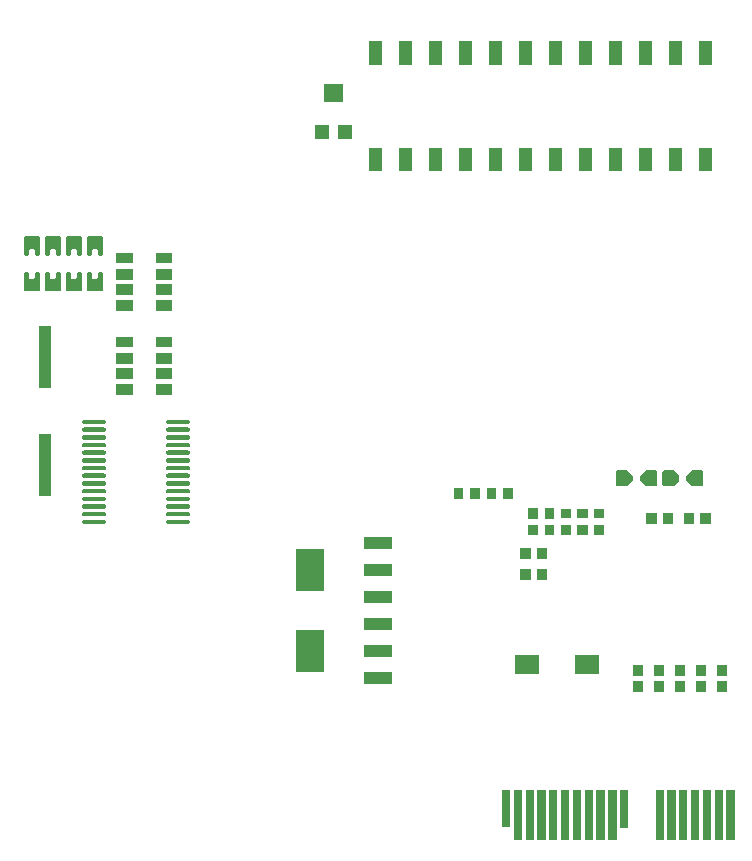
<source format=gbp>
G04 Layer: BottomPasteMaskLayer*
G04 EasyEDA v6.4.7, 2021-02-24T17:41:02+08:00*
G04 aefd34b0273d4d6584ca49087094e06a,119f753a6ce64b8d841f2ad33262ab0c,10*
G04 Gerber Generator version 0.2*
G04 Scale: 100 percent, Rotated: No, Reflected: No *
G04 Dimensions in millimeters *
G04 leading zeros omitted , absolute positions ,3 integer and 3 decimal *
%FSLAX33Y33*%
%MOMM*%
G90*
D02*

%ADD53R,2.340000X3.599993*%
%ADD59R,1.019988X5.274005*%

%LPD*%
G36*
G01X59385Y5600D02*
G01X60085Y5600D01*
G01X60085Y1300D01*
G01X59385Y1300D01*
G01X59385Y5600D01*
G37*
G36*
G01X58385Y5600D02*
G01X59085Y5600D01*
G01X59085Y1300D01*
G01X58385Y1300D01*
G01X58385Y5600D01*
G37*
G36*
G01X60385Y5600D02*
G01X61085Y5600D01*
G01X61085Y1300D01*
G01X60385Y1300D01*
G01X60385Y5600D01*
G37*
G36*
G01X62385Y5600D02*
G01X63085Y5600D01*
G01X63085Y1300D01*
G01X62385Y1300D01*
G01X62385Y5600D01*
G37*
G36*
G01X61385Y5600D02*
G01X62085Y5600D01*
G01X62085Y1300D01*
G01X61385Y1300D01*
G01X61385Y5600D01*
G37*
G36*
G01X64385Y5600D02*
G01X65085Y5600D01*
G01X65085Y1300D01*
G01X64385Y1300D01*
G01X64385Y5600D01*
G37*
G36*
G01X63385Y5600D02*
G01X64085Y5600D01*
G01X64085Y1300D01*
G01X63385Y1300D01*
G01X63385Y5600D01*
G37*
G36*
G01X46385Y5600D02*
G01X47085Y5600D01*
G01X47085Y1300D01*
G01X46385Y1300D01*
G01X46385Y5600D01*
G37*
G36*
G01X45385Y5600D02*
G01X46085Y5600D01*
G01X46085Y2400D01*
G01X45385Y2400D01*
G01X45385Y5600D01*
G37*
G36*
G01X47385Y5600D02*
G01X48085Y5600D01*
G01X48085Y1300D01*
G01X47385Y1300D01*
G01X47385Y5600D01*
G37*
G36*
G01X53385Y5600D02*
G01X54085Y5600D01*
G01X54085Y1300D01*
G01X53385Y1300D01*
G01X53385Y5600D01*
G37*
G36*
G01X52385Y5600D02*
G01X53085Y5600D01*
G01X53085Y1300D01*
G01X52385Y1300D01*
G01X52385Y5600D01*
G37*
G36*
G01X55385Y5599D02*
G01X56085Y5599D01*
G01X56085Y2399D01*
G01X55385Y2399D01*
G01X55385Y5599D01*
G37*
G36*
G01X54385Y5600D02*
G01X55085Y5600D01*
G01X55085Y1300D01*
G01X54385Y1300D01*
G01X54385Y5600D01*
G37*
G36*
G01X49385Y5600D02*
G01X50085Y5600D01*
G01X50085Y1300D01*
G01X49385Y1300D01*
G01X49385Y5600D01*
G37*
G36*
G01X48385Y5600D02*
G01X49085Y5600D01*
G01X49085Y1300D01*
G01X48385Y1300D01*
G01X48385Y5600D01*
G37*
G36*
G01X51385Y5600D02*
G01X52085Y5600D01*
G01X52085Y1300D01*
G01X51385Y1300D01*
G01X51385Y5600D01*
G37*
G36*
G01X50385Y5600D02*
G01X51085Y5600D01*
G01X51085Y1300D01*
G01X50385Y1300D01*
G01X50385Y5600D01*
G37*
G36*
G01X62687Y13846D02*
G01X62687Y14761D01*
G01X61772Y14761D01*
G01X61772Y13846D01*
G01X62687Y13846D01*
G37*
G36*
G01X62687Y15243D02*
G01X62687Y16158D01*
G01X61772Y16158D01*
G01X61772Y15243D01*
G01X62687Y15243D01*
G37*
G36*
G01X64465Y13846D02*
G01X64465Y14761D01*
G01X63550Y14761D01*
G01X63550Y13846D01*
G01X64465Y13846D01*
G37*
G36*
G01X64465Y15243D02*
G01X64465Y16158D01*
G01X63550Y16158D01*
G01X63550Y15243D01*
G01X64465Y15243D01*
G37*
G36*
G01X60909Y13846D02*
G01X60909Y14761D01*
G01X59994Y14761D01*
G01X59994Y13846D01*
G01X60909Y13846D01*
G37*
G36*
G01X60909Y15243D02*
G01X60909Y16158D01*
G01X59994Y16158D01*
G01X59994Y15243D01*
G01X60909Y15243D01*
G37*
G36*
G01X59131Y13846D02*
G01X59131Y14761D01*
G01X58216Y14761D01*
G01X58216Y13846D01*
G01X59131Y13846D01*
G37*
G36*
G01X59131Y15243D02*
G01X59131Y16158D01*
G01X58216Y16158D01*
G01X58216Y15243D01*
G01X59131Y15243D01*
G37*
G36*
G01X57353Y13846D02*
G01X57353Y14761D01*
G01X56438Y14761D01*
G01X56438Y13846D01*
G01X57353Y13846D01*
G37*
G36*
G01X57353Y15243D02*
G01X57353Y16158D01*
G01X56438Y16158D01*
G01X56438Y15243D01*
G01X57353Y15243D01*
G37*
G36*
G01X36043Y20141D02*
G01X36043Y19161D01*
G01X33703Y19161D01*
G01X33703Y20141D01*
G01X36043Y20141D01*
G37*
G36*
G01X36043Y17841D02*
G01X36043Y16861D01*
G01X33703Y16861D01*
G01X33703Y17841D01*
G01X36043Y17841D01*
G37*
G36*
G01X36043Y15541D02*
G01X36043Y14561D01*
G01X33703Y14561D01*
G01X33703Y15541D01*
G01X36043Y15541D01*
G37*
G54D53*
G01X29134Y17351D03*
G36*
G01X36043Y26999D02*
G01X36043Y26019D01*
G01X33703Y26019D01*
G01X33703Y26999D01*
G01X36043Y26999D01*
G37*
G36*
G01X36043Y24699D02*
G01X36043Y23719D01*
G01X33703Y23719D01*
G01X33703Y24699D01*
G01X36043Y24699D01*
G37*
G36*
G01X36043Y22399D02*
G01X36043Y21419D01*
G01X33703Y21419D01*
G01X33703Y22399D01*
G01X36043Y22399D01*
G37*
G01X29134Y24209D03*
G36*
G01X49225Y26064D02*
G01X48310Y26064D01*
G01X48310Y25149D01*
G01X49225Y25149D01*
G01X49225Y26064D01*
G37*
G36*
G01X47828Y26064D02*
G01X46913Y26064D01*
G01X46913Y25149D01*
G01X47828Y25149D01*
G01X47828Y26064D01*
G37*
G36*
G01X49225Y24286D02*
G01X48310Y24286D01*
G01X48310Y23371D01*
G01X49225Y23371D01*
G01X49225Y24286D01*
G37*
G36*
G01X47828Y24286D02*
G01X46913Y24286D01*
G01X46913Y23371D01*
G01X47828Y23371D01*
G01X47828Y24286D01*
G37*
G36*
G01X57581Y28070D02*
G01X58496Y28070D01*
G01X58496Y28985D01*
G01X57581Y28985D01*
G01X57581Y28070D01*
G37*
G36*
G01X58978Y28070D02*
G01X59893Y28070D01*
G01X59893Y28985D01*
G01X58978Y28985D01*
G01X58978Y28070D01*
G37*
G36*
G01X60756Y28070D02*
G01X61671Y28070D01*
G01X61671Y28985D01*
G01X60756Y28985D01*
G01X60756Y28070D01*
G37*
G36*
G01X62153Y28070D02*
G01X63068Y28070D01*
G01X63068Y28985D01*
G01X62153Y28985D01*
G01X62153Y28070D01*
G37*
G36*
G01X63161Y59952D02*
G01X62061Y59952D01*
G01X62061Y57952D01*
G01X63161Y57952D01*
G01X63161Y59952D01*
G37*
G36*
G01X60621Y59952D02*
G01X59521Y59952D01*
G01X59521Y57952D01*
G01X60621Y57952D01*
G01X60621Y59952D01*
G37*
G36*
G01X60621Y68952D02*
G01X59521Y68952D01*
G01X59521Y66952D01*
G01X60621Y66952D01*
G01X60621Y68952D01*
G37*
G36*
G01X63161Y68952D02*
G01X62061Y68952D01*
G01X62061Y66952D01*
G01X63161Y66952D01*
G01X63161Y68952D01*
G37*
G36*
G01X58081Y59952D02*
G01X56981Y59952D01*
G01X56981Y57952D01*
G01X58081Y57952D01*
G01X58081Y59952D01*
G37*
G36*
G01X55541Y59952D02*
G01X54441Y59952D01*
G01X54441Y57952D01*
G01X55541Y57952D01*
G01X55541Y59952D01*
G37*
G36*
G01X53001Y59952D02*
G01X51901Y59952D01*
G01X51901Y57952D01*
G01X53001Y57952D01*
G01X53001Y59952D01*
G37*
G36*
G01X50461Y59952D02*
G01X49361Y59952D01*
G01X49361Y57952D01*
G01X50461Y57952D01*
G01X50461Y59952D01*
G37*
G36*
G01X58081Y68952D02*
G01X56981Y68952D01*
G01X56981Y66952D01*
G01X58081Y66952D01*
G01X58081Y68952D01*
G37*
G36*
G01X55541Y68952D02*
G01X54441Y68952D01*
G01X54441Y66952D01*
G01X55541Y66952D01*
G01X55541Y68952D01*
G37*
G36*
G01X53001Y68952D02*
G01X51901Y68952D01*
G01X51901Y66952D01*
G01X53001Y66952D01*
G01X53001Y68952D01*
G37*
G36*
G01X50461Y68952D02*
G01X49361Y68952D01*
G01X49361Y66952D01*
G01X50461Y66952D01*
G01X50461Y68952D01*
G37*
G36*
G01X47921Y59952D02*
G01X46821Y59952D01*
G01X46821Y57952D01*
G01X47921Y57952D01*
G01X47921Y59952D01*
G37*
G36*
G01X45381Y59952D02*
G01X44281Y59952D01*
G01X44281Y57952D01*
G01X45381Y57952D01*
G01X45381Y59952D01*
G37*
G36*
G01X45381Y68952D02*
G01X44281Y68952D01*
G01X44281Y66952D01*
G01X45381Y66952D01*
G01X45381Y68952D01*
G37*
G36*
G01X47921Y68952D02*
G01X46821Y68952D01*
G01X46821Y66952D01*
G01X47921Y66952D01*
G01X47921Y68952D01*
G37*
G36*
G01X42841Y59952D02*
G01X41741Y59952D01*
G01X41741Y57952D01*
G01X42841Y57952D01*
G01X42841Y59952D01*
G37*
G36*
G01X40301Y59952D02*
G01X39201Y59952D01*
G01X39201Y57952D01*
G01X40301Y57952D01*
G01X40301Y59952D01*
G37*
G36*
G01X37761Y59952D02*
G01X36661Y59952D01*
G01X36661Y57952D01*
G01X37761Y57952D01*
G01X37761Y59952D01*
G37*
G36*
G01X35221Y59952D02*
G01X34121Y59952D01*
G01X34121Y57952D01*
G01X35221Y57952D01*
G01X35221Y59952D01*
G37*
G36*
G01X42841Y68952D02*
G01X41741Y68952D01*
G01X41741Y66952D01*
G01X42841Y66952D01*
G01X42841Y68952D01*
G37*
G36*
G01X40301Y68952D02*
G01X39201Y68952D01*
G01X39201Y66952D01*
G01X40301Y66952D01*
G01X40301Y68952D01*
G37*
G36*
G01X37761Y68952D02*
G01X36661Y68952D01*
G01X36661Y66952D01*
G01X37761Y66952D01*
G01X37761Y68952D01*
G37*
G36*
G01X35221Y68952D02*
G01X34121Y68952D01*
G01X34121Y66952D01*
G01X35221Y66952D01*
G01X35221Y68952D01*
G37*
G36*
G01X31914Y65331D02*
G01X30315Y65331D01*
G01X30315Y63807D01*
G01X31914Y63807D01*
G01X31914Y65331D01*
G37*
G36*
G01X30715Y61919D02*
G01X29515Y61919D01*
G01X29515Y60719D01*
G01X30715Y60719D01*
G01X30715Y61919D01*
G37*
G36*
G01X32714Y61919D02*
G01X31514Y61919D01*
G01X31514Y60719D01*
G01X32714Y60719D01*
G01X32714Y61919D01*
G37*
G36*
G01X54044Y28573D02*
G01X54044Y29373D01*
G01X53143Y29373D01*
G01X53143Y28573D01*
G01X54044Y28573D01*
G37*
G36*
G01X54044Y27173D02*
G01X54044Y27973D01*
G01X53143Y27973D01*
G01X53143Y27173D01*
G01X54044Y27173D01*
G37*
G36*
G01X52647Y28573D02*
G01X52647Y29373D01*
G01X51746Y29373D01*
G01X51746Y28573D01*
G01X52647Y28573D01*
G37*
G36*
G01X52647Y27173D02*
G01X52647Y27973D01*
G01X51746Y27973D01*
G01X51746Y27173D01*
G01X52647Y27173D01*
G37*
G36*
G01X51250Y28573D02*
G01X51250Y29373D01*
G01X50349Y29373D01*
G01X50349Y28573D01*
G01X51250Y28573D01*
G37*
G36*
G01X51250Y27173D02*
G01X51250Y27973D01*
G01X50349Y27973D01*
G01X50349Y27173D01*
G01X51250Y27173D01*
G37*
G36*
G01X48404Y29422D02*
G01X47604Y29422D01*
G01X47604Y28522D01*
G01X48404Y28522D01*
G01X48404Y29422D01*
G37*
G36*
G01X49804Y29422D02*
G01X49004Y29422D01*
G01X49004Y28522D01*
G01X49804Y28522D01*
G01X49804Y29422D01*
G37*
G36*
G01X49004Y27125D02*
G01X49804Y27125D01*
G01X49804Y28025D01*
G01X49004Y28025D01*
G01X49004Y27125D01*
G37*
G36*
G01X47604Y27125D02*
G01X48404Y27125D01*
G01X48404Y28025D01*
G01X47604Y28025D01*
G01X47604Y27125D01*
G37*
G36*
G01X18783Y36922D02*
G01X18806Y36921D01*
G01X18828Y36917D01*
G01X18850Y36910D01*
G01X18871Y36900D01*
G01X18891Y36888D01*
G01X18909Y36874D01*
G01X18925Y36858D01*
G01X18940Y36840D01*
G01X18951Y36820D01*
G01X18961Y36799D01*
G01X18968Y36777D01*
G01X18972Y36754D01*
G01X18973Y36732D01*
G01X18972Y36708D01*
G01X18968Y36686D01*
G01X18961Y36664D01*
G01X18951Y36643D01*
G01X18940Y36623D01*
G01X18925Y36605D01*
G01X18909Y36589D01*
G01X18891Y36575D01*
G01X18871Y36563D01*
G01X18850Y36554D01*
G01X18828Y36547D01*
G01X18806Y36542D01*
G01X18783Y36541D01*
G01X17132Y36541D01*
G01X17109Y36542D01*
G01X17086Y36547D01*
G01X17064Y36554D01*
G01X17043Y36563D01*
G01X17024Y36575D01*
G01X17006Y36589D01*
G01X16989Y36605D01*
G01X16975Y36623D01*
G01X16963Y36643D01*
G01X16954Y36664D01*
G01X16947Y36686D01*
G01X16943Y36708D01*
G01X16941Y36732D01*
G01X16943Y36754D01*
G01X16947Y36777D01*
G01X16954Y36799D01*
G01X16963Y36820D01*
G01X16975Y36840D01*
G01X16989Y36858D01*
G01X17006Y36874D01*
G01X17024Y36888D01*
G01X17043Y36900D01*
G01X17064Y36910D01*
G01X17086Y36917D01*
G01X17109Y36921D01*
G01X17132Y36922D01*
G01X18783Y36922D01*
G37*
G36*
G01X18783Y36272D02*
G01X18806Y36271D01*
G01X18828Y36266D01*
G01X18850Y36259D01*
G01X18871Y36250D01*
G01X18891Y36238D01*
G01X18909Y36224D01*
G01X18925Y36208D01*
G01X18940Y36190D01*
G01X18951Y36170D01*
G01X18961Y36149D01*
G01X18968Y36127D01*
G01X18972Y36104D01*
G01X18973Y36081D01*
G01X18972Y36059D01*
G01X18968Y36036D01*
G01X18961Y36014D01*
G01X18951Y35993D01*
G01X18940Y35973D01*
G01X18925Y35955D01*
G01X18909Y35939D01*
G01X18891Y35925D01*
G01X18871Y35913D01*
G01X18850Y35903D01*
G01X18828Y35896D01*
G01X18806Y35892D01*
G01X18783Y35891D01*
G01X17132Y35891D01*
G01X17109Y35892D01*
G01X17086Y35896D01*
G01X17064Y35903D01*
G01X17043Y35913D01*
G01X17024Y35925D01*
G01X17006Y35939D01*
G01X16989Y35955D01*
G01X16975Y35973D01*
G01X16963Y35993D01*
G01X16954Y36014D01*
G01X16947Y36036D01*
G01X16943Y36059D01*
G01X16941Y36081D01*
G01X16943Y36104D01*
G01X16947Y36127D01*
G01X16954Y36149D01*
G01X16963Y36170D01*
G01X16975Y36190D01*
G01X16989Y36208D01*
G01X17006Y36224D01*
G01X17024Y36238D01*
G01X17043Y36250D01*
G01X17064Y36259D01*
G01X17086Y36266D01*
G01X17109Y36271D01*
G01X17132Y36272D01*
G01X18783Y36272D01*
G37*
G36*
G01X18783Y35622D02*
G01X18806Y35621D01*
G01X18828Y35617D01*
G01X18850Y35610D01*
G01X18871Y35600D01*
G01X18891Y35588D01*
G01X18909Y35574D01*
G01X18925Y35558D01*
G01X18940Y35540D01*
G01X18951Y35520D01*
G01X18961Y35499D01*
G01X18968Y35477D01*
G01X18972Y35454D01*
G01X18973Y35432D01*
G01X18972Y35409D01*
G01X18968Y35386D01*
G01X18961Y35364D01*
G01X18951Y35343D01*
G01X18940Y35323D01*
G01X18925Y35305D01*
G01X18909Y35289D01*
G01X18891Y35275D01*
G01X18871Y35263D01*
G01X18850Y35254D01*
G01X18828Y35247D01*
G01X18806Y35242D01*
G01X18783Y35241D01*
G01X17132Y35241D01*
G01X17109Y35242D01*
G01X17086Y35247D01*
G01X17064Y35254D01*
G01X17043Y35263D01*
G01X17024Y35275D01*
G01X17006Y35289D01*
G01X16989Y35305D01*
G01X16975Y35323D01*
G01X16963Y35343D01*
G01X16954Y35364D01*
G01X16947Y35386D01*
G01X16943Y35409D01*
G01X16941Y35432D01*
G01X16943Y35454D01*
G01X16947Y35477D01*
G01X16954Y35499D01*
G01X16963Y35520D01*
G01X16975Y35540D01*
G01X16989Y35558D01*
G01X17006Y35574D01*
G01X17024Y35588D01*
G01X17043Y35600D01*
G01X17064Y35610D01*
G01X17086Y35617D01*
G01X17109Y35621D01*
G01X17132Y35622D01*
G01X18783Y35622D01*
G37*
G36*
G01X18783Y34972D02*
G01X18806Y34971D01*
G01X18828Y34967D01*
G01X18850Y34960D01*
G01X18871Y34950D01*
G01X18891Y34938D01*
G01X18909Y34924D01*
G01X18925Y34908D01*
G01X18940Y34890D01*
G01X18951Y34870D01*
G01X18961Y34849D01*
G01X18968Y34827D01*
G01X18972Y34805D01*
G01X18973Y34782D01*
G01X18972Y34759D01*
G01X18968Y34736D01*
G01X18961Y34714D01*
G01X18951Y34693D01*
G01X18940Y34673D01*
G01X18925Y34655D01*
G01X18909Y34639D01*
G01X18891Y34625D01*
G01X18871Y34613D01*
G01X18850Y34603D01*
G01X18828Y34597D01*
G01X18806Y34592D01*
G01X18783Y34591D01*
G01X17132Y34591D01*
G01X17109Y34592D01*
G01X17086Y34597D01*
G01X17064Y34603D01*
G01X17043Y34613D01*
G01X17024Y34625D01*
G01X17006Y34639D01*
G01X16989Y34655D01*
G01X16975Y34673D01*
G01X16963Y34693D01*
G01X16954Y34714D01*
G01X16947Y34736D01*
G01X16943Y34759D01*
G01X16941Y34782D01*
G01X16943Y34805D01*
G01X16947Y34827D01*
G01X16954Y34849D01*
G01X16963Y34870D01*
G01X16975Y34890D01*
G01X16989Y34908D01*
G01X17006Y34924D01*
G01X17024Y34938D01*
G01X17043Y34950D01*
G01X17064Y34960D01*
G01X17086Y34967D01*
G01X17109Y34971D01*
G01X17132Y34972D01*
G01X18783Y34972D01*
G37*
G36*
G01X18783Y34322D02*
G01X18806Y34320D01*
G01X18828Y34316D01*
G01X18850Y34309D01*
G01X18871Y34300D01*
G01X18891Y34288D01*
G01X18909Y34274D01*
G01X18925Y34258D01*
G01X18940Y34240D01*
G01X18951Y34220D01*
G01X18961Y34199D01*
G01X18968Y34177D01*
G01X18972Y34154D01*
G01X18973Y34131D01*
G01X18972Y34108D01*
G01X18968Y34086D01*
G01X18961Y34064D01*
G01X18951Y34043D01*
G01X18940Y34023D01*
G01X18925Y34005D01*
G01X18909Y33989D01*
G01X18891Y33975D01*
G01X18871Y33963D01*
G01X18850Y33953D01*
G01X18828Y33946D01*
G01X18806Y33942D01*
G01X18783Y33941D01*
G01X17132Y33941D01*
G01X17109Y33942D01*
G01X17086Y33946D01*
G01X17064Y33953D01*
G01X17043Y33963D01*
G01X17024Y33975D01*
G01X17006Y33989D01*
G01X16989Y34005D01*
G01X16975Y34023D01*
G01X16963Y34043D01*
G01X16954Y34064D01*
G01X16947Y34086D01*
G01X16943Y34108D01*
G01X16941Y34131D01*
G01X16943Y34154D01*
G01X16947Y34177D01*
G01X16954Y34199D01*
G01X16963Y34220D01*
G01X16975Y34240D01*
G01X16989Y34258D01*
G01X17006Y34274D01*
G01X17024Y34288D01*
G01X17043Y34300D01*
G01X17064Y34309D01*
G01X17086Y34316D01*
G01X17109Y34320D01*
G01X17132Y34322D01*
G01X18783Y34322D01*
G37*
G36*
G01X18783Y33672D02*
G01X18806Y33671D01*
G01X18828Y33667D01*
G01X18850Y33660D01*
G01X18871Y33650D01*
G01X18891Y33638D01*
G01X18909Y33624D01*
G01X18925Y33608D01*
G01X18940Y33590D01*
G01X18951Y33570D01*
G01X18961Y33549D01*
G01X18968Y33527D01*
G01X18972Y33505D01*
G01X18973Y33482D01*
G01X18972Y33459D01*
G01X18968Y33436D01*
G01X18961Y33414D01*
G01X18951Y33393D01*
G01X18940Y33373D01*
G01X18925Y33355D01*
G01X18909Y33339D01*
G01X18891Y33325D01*
G01X18871Y33313D01*
G01X18850Y33304D01*
G01X18828Y33297D01*
G01X18806Y33292D01*
G01X18783Y33291D01*
G01X17132Y33291D01*
G01X17109Y33292D01*
G01X17086Y33297D01*
G01X17064Y33304D01*
G01X17043Y33313D01*
G01X17024Y33325D01*
G01X17006Y33339D01*
G01X16989Y33355D01*
G01X16975Y33373D01*
G01X16963Y33393D01*
G01X16954Y33414D01*
G01X16947Y33436D01*
G01X16943Y33459D01*
G01X16941Y33482D01*
G01X16943Y33505D01*
G01X16947Y33527D01*
G01X16954Y33549D01*
G01X16963Y33570D01*
G01X16975Y33590D01*
G01X16989Y33608D01*
G01X17006Y33624D01*
G01X17024Y33638D01*
G01X17043Y33650D01*
G01X17064Y33660D01*
G01X17086Y33667D01*
G01X17109Y33671D01*
G01X17132Y33672D01*
G01X18783Y33672D01*
G37*
G36*
G01X18783Y33022D02*
G01X18806Y33021D01*
G01X18828Y33017D01*
G01X18850Y33010D01*
G01X18871Y33001D01*
G01X18891Y32989D01*
G01X18909Y32974D01*
G01X18925Y32958D01*
G01X18940Y32940D01*
G01X18951Y32920D01*
G01X18961Y32900D01*
G01X18968Y32877D01*
G01X18972Y32855D01*
G01X18973Y32832D01*
G01X18972Y32809D01*
G01X18968Y32786D01*
G01X18961Y32764D01*
G01X18951Y32743D01*
G01X18940Y32724D01*
G01X18925Y32705D01*
G01X18909Y32689D01*
G01X18891Y32675D01*
G01X18871Y32663D01*
G01X18850Y32654D01*
G01X18828Y32647D01*
G01X18806Y32643D01*
G01X18783Y32641D01*
G01X17132Y32641D01*
G01X17109Y32643D01*
G01X17086Y32647D01*
G01X17064Y32654D01*
G01X17043Y32663D01*
G01X17024Y32675D01*
G01X17006Y32689D01*
G01X16989Y32705D01*
G01X16975Y32724D01*
G01X16963Y32743D01*
G01X16954Y32764D01*
G01X16947Y32786D01*
G01X16943Y32809D01*
G01X16941Y32832D01*
G01X16943Y32855D01*
G01X16947Y32877D01*
G01X16954Y32900D01*
G01X16963Y32920D01*
G01X16975Y32940D01*
G01X16989Y32958D01*
G01X17006Y32974D01*
G01X17024Y32989D01*
G01X17043Y33001D01*
G01X17064Y33010D01*
G01X17086Y33017D01*
G01X17109Y33021D01*
G01X17132Y33022D01*
G01X18783Y33022D01*
G37*
G36*
G01X18783Y32372D02*
G01X18806Y32371D01*
G01X18828Y32367D01*
G01X18850Y32360D01*
G01X18871Y32350D01*
G01X18891Y32338D01*
G01X18909Y32324D01*
G01X18925Y32308D01*
G01X18940Y32290D01*
G01X18951Y32270D01*
G01X18961Y32249D01*
G01X18968Y32227D01*
G01X18972Y32205D01*
G01X18973Y32182D01*
G01X18972Y32159D01*
G01X18968Y32136D01*
G01X18961Y32114D01*
G01X18951Y32093D01*
G01X18940Y32074D01*
G01X18925Y32055D01*
G01X18909Y32039D01*
G01X18891Y32025D01*
G01X18871Y32013D01*
G01X18850Y32004D01*
G01X18828Y31997D01*
G01X18806Y31992D01*
G01X18783Y31991D01*
G01X17132Y31991D01*
G01X17109Y31992D01*
G01X17086Y31997D01*
G01X17064Y32004D01*
G01X17043Y32013D01*
G01X17024Y32025D01*
G01X17006Y32039D01*
G01X16989Y32055D01*
G01X16975Y32074D01*
G01X16963Y32093D01*
G01X16954Y32114D01*
G01X16947Y32136D01*
G01X16943Y32159D01*
G01X16941Y32182D01*
G01X16943Y32205D01*
G01X16947Y32227D01*
G01X16954Y32249D01*
G01X16963Y32270D01*
G01X16975Y32290D01*
G01X16989Y32308D01*
G01X17006Y32324D01*
G01X17024Y32338D01*
G01X17043Y32350D01*
G01X17064Y32360D01*
G01X17086Y32367D01*
G01X17109Y32371D01*
G01X17132Y32372D01*
G01X18783Y32372D01*
G37*
G36*
G01X18783Y31722D02*
G01X18806Y31721D01*
G01X18828Y31717D01*
G01X18850Y31710D01*
G01X18871Y31700D01*
G01X18891Y31688D01*
G01X18909Y31674D01*
G01X18925Y31658D01*
G01X18940Y31640D01*
G01X18951Y31620D01*
G01X18961Y31599D01*
G01X18968Y31577D01*
G01X18972Y31555D01*
G01X18973Y31532D01*
G01X18972Y31509D01*
G01X18968Y31486D01*
G01X18961Y31464D01*
G01X18951Y31443D01*
G01X18940Y31424D01*
G01X18925Y31405D01*
G01X18909Y31389D01*
G01X18891Y31375D01*
G01X18871Y31363D01*
G01X18850Y31354D01*
G01X18828Y31347D01*
G01X18806Y31342D01*
G01X18783Y31341D01*
G01X17132Y31341D01*
G01X17109Y31342D01*
G01X17086Y31347D01*
G01X17064Y31354D01*
G01X17043Y31363D01*
G01X17024Y31375D01*
G01X17006Y31389D01*
G01X16989Y31405D01*
G01X16975Y31424D01*
G01X16963Y31443D01*
G01X16954Y31464D01*
G01X16947Y31486D01*
G01X16943Y31509D01*
G01X16941Y31532D01*
G01X16943Y31555D01*
G01X16947Y31577D01*
G01X16954Y31599D01*
G01X16963Y31620D01*
G01X16975Y31640D01*
G01X16989Y31658D01*
G01X17006Y31674D01*
G01X17024Y31688D01*
G01X17043Y31700D01*
G01X17064Y31710D01*
G01X17086Y31717D01*
G01X17109Y31721D01*
G01X17132Y31722D01*
G01X18783Y31722D01*
G37*
G36*
G01X18783Y31072D02*
G01X18806Y31071D01*
G01X18828Y31066D01*
G01X18850Y31060D01*
G01X18871Y31050D01*
G01X18891Y31038D01*
G01X18909Y31024D01*
G01X18925Y31008D01*
G01X18940Y30990D01*
G01X18951Y30970D01*
G01X18961Y30949D01*
G01X18968Y30927D01*
G01X18972Y30904D01*
G01X18973Y30881D01*
G01X18972Y30859D01*
G01X18968Y30836D01*
G01X18961Y30814D01*
G01X18951Y30793D01*
G01X18940Y30773D01*
G01X18925Y30755D01*
G01X18909Y30739D01*
G01X18891Y30725D01*
G01X18871Y30713D01*
G01X18850Y30703D01*
G01X18828Y30697D01*
G01X18806Y30693D01*
G01X18783Y30691D01*
G01X17132Y30691D01*
G01X17109Y30693D01*
G01X17086Y30697D01*
G01X17064Y30703D01*
G01X17043Y30713D01*
G01X17024Y30725D01*
G01X17006Y30739D01*
G01X16989Y30755D01*
G01X16975Y30773D01*
G01X16963Y30793D01*
G01X16954Y30814D01*
G01X16947Y30836D01*
G01X16943Y30859D01*
G01X16941Y30881D01*
G01X16943Y30904D01*
G01X16947Y30927D01*
G01X16954Y30949D01*
G01X16963Y30970D01*
G01X16975Y30990D01*
G01X16989Y31008D01*
G01X17006Y31024D01*
G01X17024Y31038D01*
G01X17043Y31050D01*
G01X17064Y31060D01*
G01X17086Y31066D01*
G01X17109Y31071D01*
G01X17132Y31072D01*
G01X18783Y31072D01*
G37*
G36*
G01X18783Y30422D02*
G01X18806Y30420D01*
G01X18828Y30416D01*
G01X18850Y30409D01*
G01X18871Y30400D01*
G01X18891Y30388D01*
G01X18909Y30374D01*
G01X18925Y30357D01*
G01X18940Y30339D01*
G01X18951Y30320D01*
G01X18961Y30299D01*
G01X18968Y30277D01*
G01X18972Y30254D01*
G01X18973Y30231D01*
G01X18972Y30208D01*
G01X18968Y30186D01*
G01X18961Y30164D01*
G01X18951Y30143D01*
G01X18940Y30123D01*
G01X18925Y30105D01*
G01X18909Y30088D01*
G01X18891Y30075D01*
G01X18871Y30063D01*
G01X18850Y30053D01*
G01X18828Y30046D01*
G01X18806Y30042D01*
G01X18783Y30041D01*
G01X17132Y30041D01*
G01X17109Y30042D01*
G01X17086Y30046D01*
G01X17064Y30053D01*
G01X17043Y30063D01*
G01X17024Y30075D01*
G01X17006Y30088D01*
G01X16989Y30105D01*
G01X16975Y30123D01*
G01X16963Y30143D01*
G01X16954Y30164D01*
G01X16947Y30186D01*
G01X16943Y30208D01*
G01X16941Y30231D01*
G01X16943Y30254D01*
G01X16947Y30277D01*
G01X16954Y30299D01*
G01X16963Y30320D01*
G01X16975Y30339D01*
G01X16989Y30357D01*
G01X17006Y30374D01*
G01X17024Y30388D01*
G01X17043Y30400D01*
G01X17064Y30409D01*
G01X17086Y30416D01*
G01X17109Y30420D01*
G01X17132Y30422D01*
G01X18783Y30422D01*
G37*
G36*
G01X18783Y29772D02*
G01X18806Y29770D01*
G01X18828Y29766D01*
G01X18850Y29760D01*
G01X18871Y29750D01*
G01X18891Y29738D01*
G01X18909Y29724D01*
G01X18925Y29708D01*
G01X18940Y29690D01*
G01X18951Y29670D01*
G01X18961Y29649D01*
G01X18968Y29627D01*
G01X18972Y29604D01*
G01X18973Y29582D01*
G01X18972Y29559D01*
G01X18968Y29536D01*
G01X18961Y29514D01*
G01X18951Y29493D01*
G01X18940Y29473D01*
G01X18925Y29455D01*
G01X18909Y29439D01*
G01X18891Y29425D01*
G01X18871Y29413D01*
G01X18850Y29403D01*
G01X18828Y29397D01*
G01X18806Y29392D01*
G01X18783Y29391D01*
G01X17132Y29391D01*
G01X17109Y29392D01*
G01X17086Y29397D01*
G01X17064Y29403D01*
G01X17043Y29413D01*
G01X17024Y29425D01*
G01X17006Y29439D01*
G01X16989Y29455D01*
G01X16975Y29473D01*
G01X16963Y29493D01*
G01X16954Y29514D01*
G01X16947Y29536D01*
G01X16943Y29559D01*
G01X16941Y29582D01*
G01X16943Y29604D01*
G01X16947Y29627D01*
G01X16954Y29649D01*
G01X16963Y29670D01*
G01X16975Y29690D01*
G01X16989Y29708D01*
G01X17006Y29724D01*
G01X17024Y29738D01*
G01X17043Y29750D01*
G01X17064Y29760D01*
G01X17086Y29766D01*
G01X17109Y29770D01*
G01X17132Y29772D01*
G01X18783Y29772D01*
G37*
G36*
G01X18783Y29122D02*
G01X18806Y29121D01*
G01X18828Y29117D01*
G01X18850Y29110D01*
G01X18871Y29100D01*
G01X18891Y29088D01*
G01X18909Y29074D01*
G01X18925Y29058D01*
G01X18940Y29040D01*
G01X18951Y29020D01*
G01X18961Y28999D01*
G01X18968Y28977D01*
G01X18972Y28955D01*
G01X18973Y28932D01*
G01X18972Y28909D01*
G01X18968Y28886D01*
G01X18961Y28864D01*
G01X18951Y28843D01*
G01X18940Y28824D01*
G01X18925Y28806D01*
G01X18909Y28789D01*
G01X18891Y28775D01*
G01X18871Y28763D01*
G01X18850Y28754D01*
G01X18828Y28747D01*
G01X18806Y28743D01*
G01X18783Y28741D01*
G01X17132Y28741D01*
G01X17109Y28743D01*
G01X17086Y28747D01*
G01X17064Y28754D01*
G01X17043Y28763D01*
G01X17024Y28775D01*
G01X17006Y28789D01*
G01X16989Y28806D01*
G01X16975Y28824D01*
G01X16963Y28843D01*
G01X16954Y28864D01*
G01X16947Y28886D01*
G01X16943Y28909D01*
G01X16941Y28932D01*
G01X16943Y28955D01*
G01X16947Y28977D01*
G01X16954Y28999D01*
G01X16963Y29020D01*
G01X16975Y29040D01*
G01X16989Y29058D01*
G01X17006Y29074D01*
G01X17024Y29088D01*
G01X17043Y29100D01*
G01X17064Y29110D01*
G01X17086Y29117D01*
G01X17109Y29121D01*
G01X17132Y29122D01*
G01X18783Y29122D01*
G37*
G36*
G01X18783Y28472D02*
G01X18806Y28471D01*
G01X18828Y28466D01*
G01X18850Y28460D01*
G01X18871Y28450D01*
G01X18891Y28438D01*
G01X18909Y28424D01*
G01X18925Y28408D01*
G01X18940Y28390D01*
G01X18951Y28370D01*
G01X18961Y28349D01*
G01X18968Y28327D01*
G01X18972Y28304D01*
G01X18973Y28282D01*
G01X18972Y28258D01*
G01X18968Y28236D01*
G01X18961Y28214D01*
G01X18951Y28193D01*
G01X18940Y28173D01*
G01X18925Y28155D01*
G01X18909Y28139D01*
G01X18891Y28125D01*
G01X18871Y28113D01*
G01X18850Y28103D01*
G01X18828Y28097D01*
G01X18806Y28092D01*
G01X18783Y28091D01*
G01X17132Y28091D01*
G01X17109Y28092D01*
G01X17086Y28097D01*
G01X17064Y28103D01*
G01X17043Y28113D01*
G01X17024Y28125D01*
G01X17006Y28139D01*
G01X16989Y28155D01*
G01X16975Y28173D01*
G01X16963Y28193D01*
G01X16954Y28214D01*
G01X16947Y28236D01*
G01X16943Y28258D01*
G01X16941Y28282D01*
G01X16943Y28304D01*
G01X16947Y28327D01*
G01X16954Y28349D01*
G01X16963Y28370D01*
G01X16975Y28390D01*
G01X16989Y28408D01*
G01X17006Y28424D01*
G01X17024Y28438D01*
G01X17043Y28450D01*
G01X17064Y28460D01*
G01X17086Y28466D01*
G01X17109Y28471D01*
G01X17132Y28472D01*
G01X18783Y28472D01*
G37*
G36*
G01X11671Y28472D02*
G01X11694Y28471D01*
G01X11716Y28466D01*
G01X11738Y28460D01*
G01X11759Y28450D01*
G01X11779Y28438D01*
G01X11797Y28424D01*
G01X11813Y28408D01*
G01X11828Y28390D01*
G01X11839Y28370D01*
G01X11849Y28349D01*
G01X11856Y28327D01*
G01X11860Y28304D01*
G01X11861Y28282D01*
G01X11860Y28258D01*
G01X11856Y28236D01*
G01X11849Y28214D01*
G01X11839Y28193D01*
G01X11828Y28173D01*
G01X11813Y28155D01*
G01X11797Y28139D01*
G01X11779Y28125D01*
G01X11759Y28113D01*
G01X11738Y28103D01*
G01X11716Y28097D01*
G01X11694Y28092D01*
G01X11671Y28091D01*
G01X10020Y28091D01*
G01X9997Y28092D01*
G01X9974Y28097D01*
G01X9952Y28103D01*
G01X9931Y28113D01*
G01X9912Y28125D01*
G01X9894Y28139D01*
G01X9877Y28155D01*
G01X9863Y28173D01*
G01X9851Y28193D01*
G01X9842Y28214D01*
G01X9835Y28236D01*
G01X9831Y28258D01*
G01X9829Y28282D01*
G01X9831Y28304D01*
G01X9835Y28327D01*
G01X9842Y28349D01*
G01X9851Y28370D01*
G01X9863Y28390D01*
G01X9877Y28408D01*
G01X9894Y28424D01*
G01X9912Y28438D01*
G01X9931Y28450D01*
G01X9952Y28460D01*
G01X9974Y28466D01*
G01X9997Y28471D01*
G01X10020Y28472D01*
G01X11671Y28472D01*
G37*
G36*
G01X11671Y29122D02*
G01X11694Y29121D01*
G01X11716Y29117D01*
G01X11738Y29110D01*
G01X11759Y29100D01*
G01X11779Y29088D01*
G01X11797Y29074D01*
G01X11813Y29058D01*
G01X11828Y29040D01*
G01X11839Y29020D01*
G01X11849Y28999D01*
G01X11856Y28977D01*
G01X11860Y28955D01*
G01X11861Y28932D01*
G01X11860Y28909D01*
G01X11856Y28886D01*
G01X11849Y28864D01*
G01X11839Y28843D01*
G01X11828Y28824D01*
G01X11813Y28806D01*
G01X11797Y28789D01*
G01X11779Y28775D01*
G01X11759Y28763D01*
G01X11738Y28754D01*
G01X11716Y28747D01*
G01X11694Y28743D01*
G01X11671Y28741D01*
G01X10020Y28741D01*
G01X9997Y28743D01*
G01X9974Y28747D01*
G01X9952Y28754D01*
G01X9931Y28763D01*
G01X9912Y28775D01*
G01X9894Y28789D01*
G01X9877Y28806D01*
G01X9863Y28824D01*
G01X9851Y28843D01*
G01X9842Y28864D01*
G01X9835Y28886D01*
G01X9831Y28909D01*
G01X9829Y28932D01*
G01X9831Y28955D01*
G01X9835Y28977D01*
G01X9842Y28999D01*
G01X9851Y29020D01*
G01X9863Y29040D01*
G01X9877Y29058D01*
G01X9894Y29074D01*
G01X9912Y29088D01*
G01X9931Y29100D01*
G01X9952Y29110D01*
G01X9974Y29117D01*
G01X9997Y29121D01*
G01X10020Y29122D01*
G01X11671Y29122D01*
G37*
G36*
G01X11671Y29772D02*
G01X11694Y29770D01*
G01X11716Y29766D01*
G01X11738Y29760D01*
G01X11759Y29750D01*
G01X11779Y29738D01*
G01X11797Y29724D01*
G01X11813Y29708D01*
G01X11828Y29690D01*
G01X11839Y29670D01*
G01X11849Y29649D01*
G01X11856Y29627D01*
G01X11860Y29604D01*
G01X11861Y29582D01*
G01X11860Y29559D01*
G01X11856Y29536D01*
G01X11849Y29514D01*
G01X11839Y29493D01*
G01X11828Y29473D01*
G01X11813Y29455D01*
G01X11797Y29439D01*
G01X11779Y29425D01*
G01X11759Y29413D01*
G01X11738Y29403D01*
G01X11716Y29397D01*
G01X11694Y29392D01*
G01X11671Y29391D01*
G01X10020Y29391D01*
G01X9997Y29392D01*
G01X9974Y29397D01*
G01X9952Y29403D01*
G01X9931Y29413D01*
G01X9912Y29425D01*
G01X9894Y29439D01*
G01X9877Y29455D01*
G01X9863Y29473D01*
G01X9851Y29493D01*
G01X9842Y29514D01*
G01X9835Y29536D01*
G01X9831Y29559D01*
G01X9829Y29582D01*
G01X9831Y29604D01*
G01X9835Y29627D01*
G01X9842Y29649D01*
G01X9851Y29670D01*
G01X9863Y29690D01*
G01X9877Y29708D01*
G01X9894Y29724D01*
G01X9912Y29738D01*
G01X9931Y29750D01*
G01X9952Y29760D01*
G01X9974Y29766D01*
G01X9997Y29770D01*
G01X10020Y29772D01*
G01X11671Y29772D01*
G37*
G36*
G01X11671Y30422D02*
G01X11694Y30420D01*
G01X11716Y30416D01*
G01X11738Y30409D01*
G01X11759Y30400D01*
G01X11779Y30388D01*
G01X11797Y30374D01*
G01X11813Y30357D01*
G01X11828Y30339D01*
G01X11839Y30320D01*
G01X11849Y30299D01*
G01X11856Y30277D01*
G01X11860Y30254D01*
G01X11861Y30231D01*
G01X11860Y30208D01*
G01X11856Y30186D01*
G01X11849Y30164D01*
G01X11839Y30143D01*
G01X11828Y30123D01*
G01X11813Y30105D01*
G01X11797Y30088D01*
G01X11779Y30075D01*
G01X11759Y30063D01*
G01X11738Y30053D01*
G01X11716Y30046D01*
G01X11694Y30042D01*
G01X11671Y30041D01*
G01X10020Y30041D01*
G01X9997Y30042D01*
G01X9974Y30046D01*
G01X9952Y30053D01*
G01X9931Y30063D01*
G01X9912Y30075D01*
G01X9894Y30088D01*
G01X9877Y30105D01*
G01X9863Y30123D01*
G01X9851Y30143D01*
G01X9842Y30164D01*
G01X9835Y30186D01*
G01X9831Y30208D01*
G01X9829Y30231D01*
G01X9831Y30254D01*
G01X9835Y30277D01*
G01X9842Y30299D01*
G01X9851Y30320D01*
G01X9863Y30339D01*
G01X9877Y30357D01*
G01X9894Y30374D01*
G01X9912Y30388D01*
G01X9931Y30400D01*
G01X9952Y30409D01*
G01X9974Y30416D01*
G01X9997Y30420D01*
G01X10020Y30422D01*
G01X11671Y30422D01*
G37*
G36*
G01X11671Y31072D02*
G01X11694Y31071D01*
G01X11716Y31066D01*
G01X11738Y31060D01*
G01X11759Y31050D01*
G01X11779Y31038D01*
G01X11797Y31024D01*
G01X11813Y31008D01*
G01X11828Y30990D01*
G01X11839Y30970D01*
G01X11849Y30949D01*
G01X11856Y30927D01*
G01X11860Y30904D01*
G01X11861Y30881D01*
G01X11860Y30859D01*
G01X11856Y30836D01*
G01X11849Y30814D01*
G01X11839Y30793D01*
G01X11828Y30773D01*
G01X11813Y30755D01*
G01X11797Y30739D01*
G01X11779Y30725D01*
G01X11759Y30713D01*
G01X11738Y30703D01*
G01X11716Y30697D01*
G01X11694Y30693D01*
G01X11671Y30691D01*
G01X10020Y30691D01*
G01X9997Y30693D01*
G01X9974Y30697D01*
G01X9952Y30703D01*
G01X9931Y30713D01*
G01X9912Y30725D01*
G01X9894Y30739D01*
G01X9877Y30755D01*
G01X9863Y30773D01*
G01X9851Y30793D01*
G01X9842Y30814D01*
G01X9835Y30836D01*
G01X9831Y30859D01*
G01X9829Y30881D01*
G01X9831Y30904D01*
G01X9835Y30927D01*
G01X9842Y30949D01*
G01X9851Y30970D01*
G01X9863Y30990D01*
G01X9877Y31008D01*
G01X9894Y31024D01*
G01X9912Y31038D01*
G01X9931Y31050D01*
G01X9952Y31060D01*
G01X9974Y31066D01*
G01X9997Y31071D01*
G01X10020Y31072D01*
G01X11671Y31072D01*
G37*
G36*
G01X11671Y31722D02*
G01X11694Y31721D01*
G01X11716Y31717D01*
G01X11738Y31710D01*
G01X11759Y31700D01*
G01X11779Y31688D01*
G01X11797Y31674D01*
G01X11813Y31658D01*
G01X11828Y31640D01*
G01X11839Y31620D01*
G01X11849Y31599D01*
G01X11856Y31577D01*
G01X11860Y31555D01*
G01X11861Y31532D01*
G01X11860Y31509D01*
G01X11856Y31486D01*
G01X11849Y31464D01*
G01X11839Y31443D01*
G01X11828Y31424D01*
G01X11813Y31405D01*
G01X11797Y31389D01*
G01X11779Y31375D01*
G01X11759Y31363D01*
G01X11738Y31354D01*
G01X11716Y31347D01*
G01X11694Y31342D01*
G01X11671Y31341D01*
G01X10020Y31341D01*
G01X9997Y31342D01*
G01X9974Y31347D01*
G01X9952Y31354D01*
G01X9931Y31363D01*
G01X9912Y31375D01*
G01X9894Y31389D01*
G01X9877Y31405D01*
G01X9863Y31424D01*
G01X9851Y31443D01*
G01X9842Y31464D01*
G01X9835Y31486D01*
G01X9831Y31509D01*
G01X9829Y31532D01*
G01X9831Y31555D01*
G01X9835Y31577D01*
G01X9842Y31599D01*
G01X9851Y31620D01*
G01X9863Y31640D01*
G01X9877Y31658D01*
G01X9894Y31674D01*
G01X9912Y31688D01*
G01X9931Y31700D01*
G01X9952Y31710D01*
G01X9974Y31717D01*
G01X9997Y31721D01*
G01X10020Y31722D01*
G01X11671Y31722D01*
G37*
G36*
G01X11671Y32372D02*
G01X11694Y32371D01*
G01X11716Y32367D01*
G01X11738Y32360D01*
G01X11759Y32350D01*
G01X11779Y32338D01*
G01X11797Y32324D01*
G01X11813Y32308D01*
G01X11828Y32290D01*
G01X11839Y32270D01*
G01X11849Y32249D01*
G01X11856Y32227D01*
G01X11860Y32205D01*
G01X11861Y32182D01*
G01X11860Y32159D01*
G01X11856Y32136D01*
G01X11849Y32114D01*
G01X11839Y32093D01*
G01X11828Y32074D01*
G01X11813Y32055D01*
G01X11797Y32039D01*
G01X11779Y32025D01*
G01X11759Y32013D01*
G01X11738Y32004D01*
G01X11716Y31997D01*
G01X11694Y31992D01*
G01X11671Y31991D01*
G01X10020Y31991D01*
G01X9997Y31992D01*
G01X9974Y31997D01*
G01X9952Y32004D01*
G01X9931Y32013D01*
G01X9912Y32025D01*
G01X9894Y32039D01*
G01X9877Y32055D01*
G01X9863Y32074D01*
G01X9851Y32093D01*
G01X9842Y32114D01*
G01X9835Y32136D01*
G01X9831Y32159D01*
G01X9829Y32182D01*
G01X9831Y32205D01*
G01X9835Y32227D01*
G01X9842Y32249D01*
G01X9851Y32270D01*
G01X9863Y32290D01*
G01X9877Y32308D01*
G01X9894Y32324D01*
G01X9912Y32338D01*
G01X9931Y32350D01*
G01X9952Y32360D01*
G01X9974Y32367D01*
G01X9997Y32371D01*
G01X10020Y32372D01*
G01X11671Y32372D01*
G37*
G36*
G01X11671Y33022D02*
G01X11694Y33021D01*
G01X11716Y33017D01*
G01X11738Y33010D01*
G01X11759Y33001D01*
G01X11779Y32989D01*
G01X11797Y32974D01*
G01X11813Y32958D01*
G01X11828Y32940D01*
G01X11839Y32920D01*
G01X11849Y32900D01*
G01X11856Y32877D01*
G01X11860Y32855D01*
G01X11861Y32832D01*
G01X11860Y32809D01*
G01X11856Y32786D01*
G01X11849Y32764D01*
G01X11839Y32743D01*
G01X11828Y32724D01*
G01X11813Y32705D01*
G01X11797Y32689D01*
G01X11779Y32675D01*
G01X11759Y32663D01*
G01X11738Y32654D01*
G01X11716Y32647D01*
G01X11694Y32643D01*
G01X11671Y32641D01*
G01X10020Y32641D01*
G01X9997Y32643D01*
G01X9974Y32647D01*
G01X9952Y32654D01*
G01X9931Y32663D01*
G01X9912Y32675D01*
G01X9894Y32689D01*
G01X9877Y32705D01*
G01X9863Y32724D01*
G01X9851Y32743D01*
G01X9842Y32764D01*
G01X9835Y32786D01*
G01X9831Y32809D01*
G01X9829Y32832D01*
G01X9831Y32855D01*
G01X9835Y32877D01*
G01X9842Y32900D01*
G01X9851Y32920D01*
G01X9863Y32940D01*
G01X9877Y32958D01*
G01X9894Y32974D01*
G01X9912Y32989D01*
G01X9931Y33001D01*
G01X9952Y33010D01*
G01X9974Y33017D01*
G01X9997Y33021D01*
G01X10020Y33022D01*
G01X11671Y33022D01*
G37*
G36*
G01X11671Y33672D02*
G01X11694Y33671D01*
G01X11716Y33667D01*
G01X11738Y33660D01*
G01X11759Y33650D01*
G01X11779Y33638D01*
G01X11797Y33624D01*
G01X11813Y33608D01*
G01X11828Y33590D01*
G01X11839Y33570D01*
G01X11849Y33549D01*
G01X11856Y33527D01*
G01X11860Y33505D01*
G01X11861Y33482D01*
G01X11860Y33459D01*
G01X11856Y33436D01*
G01X11849Y33414D01*
G01X11839Y33393D01*
G01X11828Y33373D01*
G01X11813Y33355D01*
G01X11797Y33339D01*
G01X11779Y33325D01*
G01X11759Y33313D01*
G01X11738Y33304D01*
G01X11716Y33297D01*
G01X11694Y33292D01*
G01X11671Y33291D01*
G01X10020Y33291D01*
G01X9997Y33292D01*
G01X9974Y33297D01*
G01X9952Y33304D01*
G01X9931Y33313D01*
G01X9912Y33325D01*
G01X9894Y33339D01*
G01X9877Y33355D01*
G01X9863Y33373D01*
G01X9851Y33393D01*
G01X9842Y33414D01*
G01X9835Y33436D01*
G01X9831Y33459D01*
G01X9829Y33482D01*
G01X9831Y33505D01*
G01X9835Y33527D01*
G01X9842Y33549D01*
G01X9851Y33570D01*
G01X9863Y33590D01*
G01X9877Y33608D01*
G01X9894Y33624D01*
G01X9912Y33638D01*
G01X9931Y33650D01*
G01X9952Y33660D01*
G01X9974Y33667D01*
G01X9997Y33671D01*
G01X10020Y33672D01*
G01X11671Y33672D01*
G37*
G36*
G01X11671Y34322D02*
G01X11694Y34320D01*
G01X11716Y34316D01*
G01X11738Y34309D01*
G01X11759Y34300D01*
G01X11779Y34288D01*
G01X11797Y34274D01*
G01X11813Y34258D01*
G01X11828Y34240D01*
G01X11839Y34220D01*
G01X11849Y34199D01*
G01X11856Y34177D01*
G01X11860Y34154D01*
G01X11861Y34131D01*
G01X11860Y34108D01*
G01X11856Y34086D01*
G01X11849Y34064D01*
G01X11839Y34043D01*
G01X11828Y34023D01*
G01X11813Y34005D01*
G01X11797Y33989D01*
G01X11779Y33975D01*
G01X11759Y33963D01*
G01X11738Y33953D01*
G01X11716Y33946D01*
G01X11694Y33942D01*
G01X11671Y33941D01*
G01X10020Y33941D01*
G01X9997Y33942D01*
G01X9974Y33946D01*
G01X9952Y33953D01*
G01X9931Y33963D01*
G01X9912Y33975D01*
G01X9894Y33989D01*
G01X9877Y34005D01*
G01X9863Y34023D01*
G01X9851Y34043D01*
G01X9842Y34064D01*
G01X9835Y34086D01*
G01X9831Y34108D01*
G01X9829Y34131D01*
G01X9831Y34154D01*
G01X9835Y34177D01*
G01X9842Y34199D01*
G01X9851Y34220D01*
G01X9863Y34240D01*
G01X9877Y34258D01*
G01X9894Y34274D01*
G01X9912Y34288D01*
G01X9931Y34300D01*
G01X9952Y34309D01*
G01X9974Y34316D01*
G01X9997Y34320D01*
G01X10020Y34322D01*
G01X11671Y34322D01*
G37*
G36*
G01X11671Y34972D02*
G01X11694Y34971D01*
G01X11716Y34967D01*
G01X11738Y34960D01*
G01X11759Y34950D01*
G01X11779Y34938D01*
G01X11797Y34924D01*
G01X11813Y34908D01*
G01X11828Y34890D01*
G01X11839Y34870D01*
G01X11849Y34849D01*
G01X11856Y34827D01*
G01X11860Y34805D01*
G01X11861Y34782D01*
G01X11860Y34759D01*
G01X11856Y34736D01*
G01X11849Y34714D01*
G01X11839Y34693D01*
G01X11828Y34673D01*
G01X11813Y34655D01*
G01X11797Y34639D01*
G01X11779Y34625D01*
G01X11759Y34613D01*
G01X11738Y34603D01*
G01X11716Y34597D01*
G01X11694Y34592D01*
G01X11671Y34591D01*
G01X10020Y34591D01*
G01X9997Y34592D01*
G01X9974Y34597D01*
G01X9952Y34603D01*
G01X9931Y34613D01*
G01X9912Y34625D01*
G01X9894Y34639D01*
G01X9877Y34655D01*
G01X9863Y34673D01*
G01X9851Y34693D01*
G01X9842Y34714D01*
G01X9835Y34736D01*
G01X9831Y34759D01*
G01X9829Y34782D01*
G01X9831Y34805D01*
G01X9835Y34827D01*
G01X9842Y34849D01*
G01X9851Y34870D01*
G01X9863Y34890D01*
G01X9877Y34908D01*
G01X9894Y34924D01*
G01X9912Y34938D01*
G01X9931Y34950D01*
G01X9952Y34960D01*
G01X9974Y34967D01*
G01X9997Y34971D01*
G01X10020Y34972D01*
G01X11671Y34972D01*
G37*
G36*
G01X11671Y35622D02*
G01X11694Y35621D01*
G01X11716Y35617D01*
G01X11738Y35610D01*
G01X11759Y35600D01*
G01X11779Y35588D01*
G01X11797Y35574D01*
G01X11813Y35558D01*
G01X11828Y35540D01*
G01X11839Y35520D01*
G01X11849Y35499D01*
G01X11856Y35477D01*
G01X11860Y35454D01*
G01X11861Y35432D01*
G01X11860Y35409D01*
G01X11856Y35386D01*
G01X11849Y35364D01*
G01X11839Y35343D01*
G01X11828Y35323D01*
G01X11813Y35305D01*
G01X11797Y35289D01*
G01X11779Y35275D01*
G01X11759Y35263D01*
G01X11738Y35254D01*
G01X11716Y35247D01*
G01X11694Y35242D01*
G01X11671Y35241D01*
G01X10020Y35241D01*
G01X9997Y35242D01*
G01X9974Y35247D01*
G01X9952Y35254D01*
G01X9931Y35263D01*
G01X9912Y35275D01*
G01X9894Y35289D01*
G01X9877Y35305D01*
G01X9863Y35323D01*
G01X9851Y35343D01*
G01X9842Y35364D01*
G01X9835Y35386D01*
G01X9831Y35409D01*
G01X9829Y35432D01*
G01X9831Y35454D01*
G01X9835Y35477D01*
G01X9842Y35499D01*
G01X9851Y35520D01*
G01X9863Y35540D01*
G01X9877Y35558D01*
G01X9894Y35574D01*
G01X9912Y35588D01*
G01X9931Y35600D01*
G01X9952Y35610D01*
G01X9974Y35617D01*
G01X9997Y35621D01*
G01X10020Y35622D01*
G01X11671Y35622D01*
G37*
G36*
G01X11671Y36272D02*
G01X11694Y36271D01*
G01X11716Y36267D01*
G01X11738Y36260D01*
G01X11759Y36251D01*
G01X11779Y36239D01*
G01X11797Y36224D01*
G01X11813Y36208D01*
G01X11828Y36190D01*
G01X11839Y36171D01*
G01X11849Y36149D01*
G01X11856Y36128D01*
G01X11860Y36105D01*
G01X11861Y36082D01*
G01X11860Y36059D01*
G01X11856Y36036D01*
G01X11849Y36014D01*
G01X11839Y35993D01*
G01X11828Y35974D01*
G01X11813Y35956D01*
G01X11797Y35939D01*
G01X11779Y35925D01*
G01X11759Y35913D01*
G01X11738Y35904D01*
G01X11716Y35897D01*
G01X11694Y35893D01*
G01X11671Y35891D01*
G01X10020Y35891D01*
G01X9997Y35893D01*
G01X9974Y35897D01*
G01X9952Y35904D01*
G01X9931Y35913D01*
G01X9912Y35925D01*
G01X9894Y35939D01*
G01X9877Y35956D01*
G01X9863Y35974D01*
G01X9851Y35993D01*
G01X9842Y36014D01*
G01X9835Y36036D01*
G01X9831Y36059D01*
G01X9829Y36082D01*
G01X9831Y36105D01*
G01X9835Y36128D01*
G01X9842Y36149D01*
G01X9851Y36171D01*
G01X9863Y36190D01*
G01X9877Y36208D01*
G01X9894Y36224D01*
G01X9912Y36239D01*
G01X9931Y36251D01*
G01X9952Y36260D01*
G01X9974Y36267D01*
G01X9997Y36271D01*
G01X10020Y36272D01*
G01X11671Y36272D01*
G37*
G36*
G01X11671Y36922D02*
G01X11694Y36921D01*
G01X11716Y36917D01*
G01X11738Y36910D01*
G01X11759Y36900D01*
G01X11779Y36888D01*
G01X11797Y36874D01*
G01X11813Y36858D01*
G01X11828Y36840D01*
G01X11839Y36820D01*
G01X11849Y36799D01*
G01X11856Y36777D01*
G01X11860Y36754D01*
G01X11861Y36732D01*
G01X11860Y36708D01*
G01X11856Y36686D01*
G01X11849Y36664D01*
G01X11839Y36643D01*
G01X11828Y36623D01*
G01X11813Y36605D01*
G01X11797Y36589D01*
G01X11779Y36575D01*
G01X11759Y36563D01*
G01X11738Y36554D01*
G01X11716Y36547D01*
G01X11694Y36542D01*
G01X11671Y36541D01*
G01X10020Y36541D01*
G01X9997Y36542D01*
G01X9974Y36547D01*
G01X9952Y36554D01*
G01X9931Y36563D01*
G01X9912Y36575D01*
G01X9894Y36589D01*
G01X9877Y36605D01*
G01X9863Y36623D01*
G01X9851Y36643D01*
G01X9842Y36664D01*
G01X9835Y36686D01*
G01X9831Y36708D01*
G01X9829Y36732D01*
G01X9831Y36754D01*
G01X9835Y36777D01*
G01X9842Y36799D01*
G01X9851Y36820D01*
G01X9863Y36840D01*
G01X9877Y36858D01*
G01X9894Y36874D01*
G01X9912Y36888D01*
G01X9931Y36900D01*
G01X9952Y36910D01*
G01X9974Y36917D01*
G01X9997Y36921D01*
G01X10020Y36922D01*
G01X11671Y36922D01*
G37*
G36*
G01X51580Y17018D02*
G01X51580Y15398D01*
G01X53626Y15398D01*
G01X53626Y17018D01*
G01X51580Y17018D01*
G37*
G36*
G01X48495Y17018D02*
G01X48495Y15398D01*
G01X46449Y15398D01*
G01X46449Y17018D01*
G01X48495Y17018D01*
G37*
G36*
G01X44912Y31136D02*
G01X44112Y31136D01*
G01X44112Y30236D01*
G01X44912Y30236D01*
G01X44912Y31136D01*
G37*
G36*
G01X46311Y31136D02*
G01X45511Y31136D01*
G01X45511Y30236D01*
G01X46311Y30236D01*
G01X46311Y31136D01*
G37*
G36*
G01X42118Y31136D02*
G01X41318Y31136D01*
G01X41318Y30236D01*
G01X42118Y30236D01*
G01X42118Y31136D01*
G37*
G36*
G01X43517Y31136D02*
G01X42717Y31136D01*
G01X42717Y30236D01*
G01X43517Y30236D01*
G01X43517Y31136D01*
G37*
G54D59*
G01X6731Y33118D03*
G36*
G01X7241Y39587D02*
G01X6220Y39587D01*
G01X6220Y44861D01*
G01X7241Y44861D01*
G01X7241Y39587D01*
G37*
G36*
G01X12747Y43951D02*
G01X12747Y43051D01*
G01X14118Y43051D01*
G01X14118Y43951D01*
G01X12747Y43951D01*
G37*
G36*
G01X12747Y42581D02*
G01X12747Y41681D01*
G01X14118Y41681D01*
G01X14118Y42581D01*
G01X12747Y42581D01*
G37*
G36*
G01X12747Y41281D02*
G01X12747Y40381D01*
G01X14118Y40381D01*
G01X14118Y41281D01*
G01X12747Y41281D01*
G37*
G36*
G01X12747Y39911D02*
G01X12747Y39011D01*
G01X14118Y39011D01*
G01X14118Y39911D01*
G01X12747Y39911D01*
G37*
G36*
G01X17478Y39011D02*
G01X17478Y39911D01*
G01X16107Y39911D01*
G01X16107Y39011D01*
G01X17478Y39011D01*
G37*
G36*
G01X17478Y40381D02*
G01X17478Y41281D01*
G01X16107Y41281D01*
G01X16107Y40381D01*
G01X17478Y40381D01*
G37*
G36*
G01X17478Y41681D02*
G01X17478Y42581D01*
G01X16107Y42581D01*
G01X16107Y41681D01*
G01X17478Y41681D01*
G37*
G36*
G01X17478Y43051D02*
G01X17478Y43951D01*
G01X16107Y43951D01*
G01X16107Y43051D01*
G01X17478Y43051D01*
G37*
G36*
G01X12747Y51063D02*
G01X12747Y50163D01*
G01X14118Y50163D01*
G01X14118Y51063D01*
G01X12747Y51063D01*
G37*
G36*
G01X12747Y49693D02*
G01X12747Y48793D01*
G01X14118Y48793D01*
G01X14118Y49693D01*
G01X12747Y49693D01*
G37*
G36*
G01X12747Y48393D02*
G01X12747Y47493D01*
G01X14118Y47493D01*
G01X14118Y48393D01*
G01X12747Y48393D01*
G37*
G36*
G01X12747Y47023D02*
G01X12747Y46123D01*
G01X14118Y46123D01*
G01X14118Y47023D01*
G01X12747Y47023D01*
G37*
G36*
G01X17478Y46123D02*
G01X17478Y47023D01*
G01X16107Y47023D01*
G01X16107Y46123D01*
G01X17478Y46123D01*
G37*
G36*
G01X17478Y47493D02*
G01X17478Y48393D01*
G01X16107Y48393D01*
G01X16107Y47493D01*
G01X17478Y47493D01*
G37*
G36*
G01X17478Y48793D02*
G01X17478Y49693D01*
G01X16107Y49693D01*
G01X16107Y48793D01*
G01X17478Y48793D01*
G37*
G36*
G01X17478Y50163D02*
G01X17478Y51063D01*
G01X16107Y51063D01*
G01X16107Y50163D01*
G01X17478Y50163D01*
G37*

%LPD*%
G36*
G01X58403Y32631D02*
G01X57540Y32631D01*
G01X57061Y32172D01*
G01X57061Y31740D01*
G01X57540Y31281D01*
G01X58403Y31281D01*
G01X58503Y31381D01*
G01X58503Y32531D01*
G01X58403Y32631D01*
G37*

%LPD*%
G36*
G01X55997Y32631D02*
G01X55134Y32631D01*
G01X55034Y32531D01*
G01X55034Y31381D01*
G01X55134Y31281D01*
G01X55997Y31281D01*
G01X56476Y31740D01*
G01X56476Y32172D01*
G01X55997Y32631D01*
G37*

%LPD*%
G36*
G01X62340Y32631D02*
G01X61477Y32631D01*
G01X60998Y32172D01*
G01X60998Y31740D01*
G01X61477Y31281D01*
G01X62340Y31281D01*
G01X62440Y31381D01*
G01X62440Y32531D01*
G01X62340Y32631D01*
G37*

%LPD*%
G36*
G01X59934Y32631D02*
G01X59071Y32631D01*
G01X58971Y32531D01*
G01X58971Y31381D01*
G01X59071Y31281D01*
G01X59934Y31281D01*
G01X60413Y31740D01*
G01X60413Y32172D01*
G01X59934Y32631D01*
G37*

%LPD*%
G36*
G01X53961Y29351D02*
G01X53226Y29351D01*
G01X53161Y29287D01*
G01X53161Y28991D01*
G01X53455Y28588D01*
G01X53732Y28588D01*
G01X54026Y28991D01*
G01X54026Y29287D01*
G01X53961Y29351D01*
G37*

%LPD*%
G36*
G01X53732Y27958D02*
G01X53455Y27958D01*
G01X53161Y27556D01*
G01X53161Y27260D01*
G01X53226Y27196D01*
G01X53961Y27196D01*
G01X54026Y27260D01*
G01X54026Y27556D01*
G01X53732Y27958D01*
G37*

%LPD*%
G36*
G01X52564Y29351D02*
G01X51829Y29351D01*
G01X51764Y29287D01*
G01X51764Y28991D01*
G01X52058Y28588D01*
G01X52335Y28588D01*
G01X52629Y28991D01*
G01X52629Y29287D01*
G01X52564Y29351D01*
G37*

%LPD*%
G36*
G01X52335Y27958D02*
G01X52058Y27958D01*
G01X51764Y27556D01*
G01X51764Y27260D01*
G01X51829Y27196D01*
G01X52564Y27196D01*
G01X52629Y27260D01*
G01X52629Y27556D01*
G01X52335Y27958D01*
G37*

%LPD*%
G36*
G01X51167Y29351D02*
G01X50432Y29351D01*
G01X50367Y29287D01*
G01X50367Y28991D01*
G01X50661Y28588D01*
G01X50938Y28588D01*
G01X51232Y28991D01*
G01X51232Y29287D01*
G01X51167Y29351D01*
G37*

%LPD*%
G36*
G01X50938Y27958D02*
G01X50661Y27958D01*
G01X50367Y27556D01*
G01X50367Y27260D01*
G01X50432Y27196D01*
G01X51167Y27196D01*
G01X51232Y27260D01*
G01X51232Y27556D01*
G01X50938Y27958D01*
G37*

%LPD*%
G36*
G01X47986Y29404D02*
G01X47690Y29404D01*
G01X47626Y29340D01*
G01X47626Y28604D01*
G01X47690Y28540D01*
G01X47986Y28540D01*
G01X48389Y28834D01*
G01X48389Y29110D01*
G01X47986Y29404D01*
G37*

%LPD*%
G36*
G01X49718Y29404D02*
G01X49422Y29404D01*
G01X49019Y29110D01*
G01X49019Y28834D01*
G01X49422Y28540D01*
G01X49718Y28540D01*
G01X49782Y28604D01*
G01X49782Y29340D01*
G01X49718Y29404D01*
G37*

%LPD*%
G36*
G01X49718Y28007D02*
G01X49422Y28007D01*
G01X49019Y27713D01*
G01X49019Y27437D01*
G01X49422Y27143D01*
G01X49718Y27143D01*
G01X49782Y27207D01*
G01X49782Y27943D01*
G01X49718Y28007D01*
G37*

%LPD*%
G36*
G01X47986Y28007D02*
G01X47690Y28007D01*
G01X47626Y27943D01*
G01X47626Y27207D01*
G01X47690Y27143D01*
G01X47986Y27143D01*
G01X48389Y27437D01*
G01X48389Y27713D01*
G01X47986Y28007D01*
G37*

%LPD*%
G36*
G01X44494Y31118D02*
G01X44198Y31118D01*
G01X44134Y31054D01*
G01X44134Y30318D01*
G01X44198Y30254D01*
G01X44494Y30254D01*
G01X44896Y30548D01*
G01X44896Y30825D01*
G01X44494Y31118D01*
G37*

%LPD*%
G36*
G01X46225Y31118D02*
G01X45929Y31118D01*
G01X45527Y30825D01*
G01X45527Y30548D01*
G01X45929Y30254D01*
G01X46225Y30254D01*
G01X46289Y30318D01*
G01X46289Y31054D01*
G01X46225Y31118D01*
G37*

%LPD*%
G36*
G01X41700Y31118D02*
G01X41404Y31118D01*
G01X41340Y31054D01*
G01X41340Y30318D01*
G01X41404Y30254D01*
G01X41700Y30254D01*
G01X42102Y30548D01*
G01X42102Y30825D01*
G01X41700Y31118D01*
G37*

%LPD*%
G36*
G01X43431Y31118D02*
G01X43135Y31118D01*
G01X42733Y30825D01*
G01X42733Y30548D01*
G01X43135Y30254D01*
G01X43431Y30254D01*
G01X43495Y30318D01*
G01X43495Y31054D01*
G01X43431Y31118D01*
G37*

%LPD*%
G36*
G01X10592Y49417D02*
G01X10346Y49417D01*
G01X10246Y49317D01*
G01X10246Y47882D01*
G01X10346Y47782D01*
G01X11497Y47782D01*
G01X11597Y47882D01*
G01X11597Y49317D01*
G01X11497Y49417D01*
G01X11251Y49417D01*
G01X11151Y49317D01*
G01X11151Y48962D01*
G01X11051Y48862D01*
G01X10792Y48862D01*
G01X10692Y48962D01*
G01X10692Y49317D01*
G01X10592Y49417D01*
G37*

%LPD*%
G36*
G01X11497Y52452D02*
G01X10346Y52452D01*
G01X10246Y52352D01*
G01X10246Y50917D01*
G01X10346Y50817D01*
G01X10592Y50817D01*
G01X10692Y50917D01*
G01X10692Y51273D01*
G01X10792Y51373D01*
G01X11051Y51373D01*
G01X11151Y51273D01*
G01X11151Y50917D01*
G01X11251Y50817D01*
G01X11497Y50817D01*
G01X11597Y50917D01*
G01X11597Y52352D01*
G01X11497Y52452D01*
G37*

%LPD*%
G36*
G01X8814Y49417D02*
G01X8568Y49417D01*
G01X8468Y49317D01*
G01X8468Y47882D01*
G01X8568Y47782D01*
G01X9719Y47782D01*
G01X9819Y47882D01*
G01X9819Y49317D01*
G01X9719Y49417D01*
G01X9473Y49417D01*
G01X9373Y49317D01*
G01X9373Y48962D01*
G01X9273Y48862D01*
G01X9014Y48862D01*
G01X8914Y48962D01*
G01X8914Y49317D01*
G01X8814Y49417D01*
G37*

%LPD*%
G36*
G01X9719Y52452D02*
G01X8568Y52452D01*
G01X8468Y52352D01*
G01X8468Y50917D01*
G01X8568Y50817D01*
G01X8814Y50817D01*
G01X8914Y50917D01*
G01X8914Y51273D01*
G01X9014Y51373D01*
G01X9273Y51373D01*
G01X9373Y51273D01*
G01X9373Y50917D01*
G01X9473Y50817D01*
G01X9719Y50817D01*
G01X9819Y50917D01*
G01X9819Y52352D01*
G01X9719Y52452D01*
G37*

%LPD*%
G36*
G01X7036Y49417D02*
G01X6790Y49417D01*
G01X6690Y49317D01*
G01X6690Y47882D01*
G01X6790Y47782D01*
G01X7941Y47782D01*
G01X8041Y47882D01*
G01X8041Y49317D01*
G01X7941Y49417D01*
G01X7695Y49417D01*
G01X7595Y49317D01*
G01X7595Y48962D01*
G01X7495Y48862D01*
G01X7236Y48862D01*
G01X7136Y48962D01*
G01X7136Y49317D01*
G01X7036Y49417D01*
G37*

%LPD*%
G36*
G01X7941Y52452D02*
G01X6790Y52452D01*
G01X6690Y52352D01*
G01X6690Y50917D01*
G01X6790Y50817D01*
G01X7036Y50817D01*
G01X7136Y50917D01*
G01X7136Y51273D01*
G01X7236Y51373D01*
G01X7495Y51373D01*
G01X7595Y51273D01*
G01X7595Y50917D01*
G01X7695Y50817D01*
G01X7941Y50817D01*
G01X8041Y50917D01*
G01X8041Y52352D01*
G01X7941Y52452D01*
G37*

%LPD*%
G36*
G01X5258Y49417D02*
G01X5012Y49417D01*
G01X4912Y49317D01*
G01X4912Y47882D01*
G01X5012Y47782D01*
G01X6163Y47782D01*
G01X6263Y47882D01*
G01X6263Y49317D01*
G01X6163Y49417D01*
G01X5917Y49417D01*
G01X5817Y49317D01*
G01X5817Y48962D01*
G01X5717Y48862D01*
G01X5458Y48862D01*
G01X5358Y48962D01*
G01X5358Y49317D01*
G01X5258Y49417D01*
G37*

%LPD*%
G36*
G01X6163Y52452D02*
G01X5012Y52452D01*
G01X4912Y52352D01*
G01X4912Y50917D01*
G01X5012Y50817D01*
G01X5258Y50817D01*
G01X5358Y50917D01*
G01X5358Y51273D01*
G01X5458Y51373D01*
G01X5717Y51373D01*
G01X5817Y51273D01*
G01X5817Y50917D01*
G01X5917Y50817D01*
G01X6163Y50817D01*
G01X6263Y50917D01*
G01X6263Y52352D01*
G01X6163Y52452D01*
G37*
M00*
M02*

</source>
